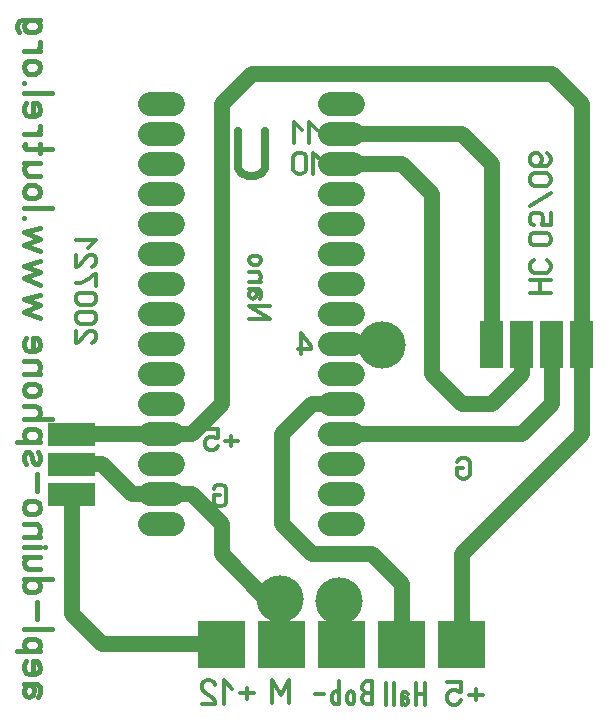
<source format=gbr>
%FSLAX34Y34*%
%MOMM*%
%LNCOPPER_BOTTOM*%
G71*
G01*
%ADD10C,2.000*%
%ADD11C,0.683*%
%ADD12C,0.429*%
%ADD13C,0.318*%
%ADD14C,4.000*%
%ADD15C,1.350*%
%ADD16C,0.302*%
%ADD17C,0.349*%
%ADD18C,0.333*%
%LPD*%
G36*
X425664Y735155D02*
X425664Y695155D01*
X405664Y695155D01*
X405664Y735155D01*
X425664Y735155D01*
G37*
G54D10*
X278664Y892955D02*
X298664Y892955D01*
G54D10*
X278664Y867555D02*
X298664Y867555D01*
G54D10*
X278664Y842155D02*
X298664Y842155D01*
G54D10*
X278664Y816755D02*
X298664Y816755D01*
G54D10*
X278664Y791355D02*
X298664Y791355D01*
G54D10*
X278664Y765955D02*
X298664Y765955D01*
G54D10*
X278664Y740555D02*
X298664Y740555D01*
G54D10*
X278664Y715155D02*
X298664Y715155D01*
G54D10*
X278664Y689755D02*
X298664Y689755D01*
G54D10*
X278664Y664355D02*
X298664Y664355D01*
G54D10*
X278664Y638955D02*
X298664Y638955D01*
G54D10*
X278664Y613555D02*
X298664Y613555D01*
G54D10*
X278664Y588155D02*
X298664Y588155D01*
G54D10*
X278664Y562755D02*
X298664Y562755D01*
G54D10*
X278664Y918355D02*
X298664Y918355D01*
G54D10*
X126264Y892955D02*
X146264Y892955D01*
G54D10*
X126264Y867555D02*
X146264Y867555D01*
G54D10*
X126264Y842155D02*
X146264Y842155D01*
G54D10*
X126264Y816755D02*
X146264Y816755D01*
G54D10*
X126264Y791355D02*
X146264Y791355D01*
G54D10*
X126264Y765955D02*
X146264Y765955D01*
G54D10*
X126264Y740555D02*
X146264Y740555D01*
G54D10*
X126264Y715155D02*
X146264Y715155D01*
G54D10*
X126264Y689755D02*
X146264Y689755D01*
G54D10*
X126264Y664355D02*
X146264Y664355D01*
G54D10*
X126264Y638955D02*
X146264Y638955D01*
G54D10*
X126264Y613555D02*
X146264Y613555D01*
G54D10*
X126264Y588155D02*
X146264Y588155D01*
G54D10*
X126264Y562755D02*
X146264Y562755D01*
G54D10*
X126264Y918355D02*
X146264Y918355D01*
G36*
X40064Y648955D02*
X80064Y648955D01*
X80064Y628955D01*
X40064Y628955D01*
X40064Y648955D01*
G37*
G36*
X40064Y623555D02*
X80064Y623555D01*
X80064Y603555D01*
X40064Y603555D01*
X40064Y623555D01*
G37*
G36*
X40064Y598155D02*
X80064Y598155D01*
X80064Y578155D01*
X40064Y578155D01*
X40064Y598155D01*
G37*
G54D11*
X223810Y895841D02*
X223810Y864785D01*
X220943Y860007D01*
X215210Y857618D01*
X209476Y857618D01*
X203743Y860007D01*
X200876Y864785D01*
X200876Y895841D01*
G54D12*
X31870Y416811D02*
X33370Y420411D01*
X33370Y424731D01*
X30370Y427611D01*
X19870Y427611D01*
G54D12*
X24370Y427611D02*
X27370Y425811D01*
X27970Y422211D01*
X27370Y418611D01*
X24370Y416811D01*
X21370Y417531D01*
X19870Y420411D01*
X19870Y422211D01*
X19870Y422931D01*
X21370Y425811D01*
X24370Y427611D01*
G54D12*
X21370Y446811D02*
X19870Y443931D01*
X19870Y440331D01*
X21370Y436731D01*
X24370Y436011D01*
X29470Y436011D01*
X32470Y437811D01*
X33370Y441411D01*
X32470Y445011D01*
X30370Y446811D01*
X27370Y446811D01*
X27370Y436011D01*
G54D12*
X33370Y455211D02*
X13870Y455211D01*
G54D12*
X24370Y455211D02*
X20470Y457011D01*
X19870Y460611D01*
X20470Y464211D01*
X23470Y466011D01*
X29470Y466011D01*
X32470Y464211D01*
X33370Y460611D01*
X32470Y457011D01*
X28870Y455211D01*
G54D12*
X19870Y474411D02*
X43870Y474411D01*
G54D12*
X30370Y482811D02*
X30370Y497211D01*
G54D12*
X19870Y516411D02*
X43870Y516411D01*
G54D12*
X29470Y516411D02*
X32470Y514611D01*
X33370Y511011D01*
X32470Y507411D01*
X29470Y505611D01*
X23470Y505611D01*
X20470Y507411D01*
X19870Y511011D01*
X20470Y514611D01*
X23470Y516411D01*
G54D12*
X33370Y535611D02*
X19870Y535611D01*
G54D12*
X22870Y535611D02*
X20470Y533811D01*
X19870Y530211D01*
X20470Y526611D01*
X22870Y524811D01*
X33370Y524811D01*
G54D12*
X19870Y544011D02*
X33370Y544011D01*
G54D12*
X37870Y544011D02*
X37870Y544011D01*
G54D12*
X19870Y552411D02*
X33370Y552411D01*
G54D12*
X30370Y552411D02*
X32470Y554211D01*
X33370Y557811D01*
X32470Y561411D01*
X30370Y563211D01*
X19870Y563211D01*
G54D12*
X23470Y582411D02*
X29470Y582411D01*
X32470Y580611D01*
X33370Y577011D01*
X32470Y573411D01*
X29470Y571611D01*
X23470Y571611D01*
X20470Y573411D01*
X19870Y577011D01*
X20470Y580611D01*
X23470Y582411D01*
G54D12*
X30370Y590811D02*
X30370Y605211D01*
G54D12*
X21370Y613611D02*
X19870Y617211D01*
X19870Y620811D01*
X21370Y624411D01*
X24370Y624411D01*
X25870Y622611D01*
X27370Y615411D01*
X28870Y613611D01*
X31870Y613611D01*
X33370Y617211D01*
X33370Y620811D01*
X31870Y624411D01*
G54D12*
X33370Y632811D02*
X13870Y632811D01*
G54D12*
X24370Y632811D02*
X20470Y634611D01*
X19870Y638211D01*
X20470Y641811D01*
X23470Y643611D01*
X29470Y643611D01*
X32470Y641811D01*
X33370Y638211D01*
X32470Y634611D01*
X28870Y632811D01*
G54D12*
X19870Y652011D02*
X43870Y652011D01*
G54D12*
X29470Y652011D02*
X32470Y653811D01*
X33370Y657411D01*
X32470Y661011D01*
X29470Y662811D01*
X19870Y662811D01*
G54D12*
X23470Y682011D02*
X29470Y682011D01*
X32470Y680211D01*
X33370Y676611D01*
X32470Y673011D01*
X29470Y671211D01*
X23470Y671211D01*
X20470Y673011D01*
X19870Y676611D01*
X20470Y680211D01*
X23470Y682011D01*
G54D12*
X19870Y690411D02*
X33370Y690411D01*
G54D12*
X30370Y690411D02*
X32470Y692211D01*
X33370Y695811D01*
X32470Y699411D01*
X30370Y701211D01*
X19870Y701211D01*
G54D12*
X21370Y720411D02*
X19870Y717531D01*
X19870Y713931D01*
X21370Y710331D01*
X24370Y709611D01*
X29470Y709611D01*
X32470Y711411D01*
X33370Y715011D01*
X32470Y718611D01*
X30370Y720411D01*
X27370Y720411D01*
X27370Y709611D01*
G54D12*
X33370Y737571D02*
X19870Y742971D01*
X33370Y748371D01*
X19870Y753771D01*
X33370Y757371D01*
G54D12*
X33370Y765771D02*
X19870Y771171D01*
X33370Y776571D01*
X19870Y781971D01*
X33370Y785571D01*
G54D12*
X33370Y793971D02*
X19870Y799371D01*
X33370Y804771D01*
X19870Y810171D01*
X33370Y813771D01*
G54D12*
X19870Y822171D02*
X19870Y822171D01*
G54D12*
X19870Y830571D02*
X43870Y830571D01*
G54D12*
X23470Y849771D02*
X29470Y849771D01*
X32470Y847971D01*
X33370Y844371D01*
X32470Y840771D01*
X29470Y838971D01*
X23470Y838971D01*
X20470Y840771D01*
X19870Y844371D01*
X20470Y847971D01*
X23470Y849771D01*
G54D12*
X33370Y868971D02*
X19870Y868971D01*
G54D12*
X22870Y868971D02*
X20470Y867171D01*
X19870Y863571D01*
X20470Y859971D01*
X22870Y858171D01*
X33370Y858171D01*
G54D12*
X43870Y880971D02*
X21370Y880971D01*
X19870Y882771D01*
X20470Y884571D01*
G54D12*
X33370Y877371D02*
X33370Y884571D01*
G54D12*
X19870Y892971D02*
X33370Y892971D01*
G54D12*
X30370Y892971D02*
X33370Y896571D01*
X33370Y900171D01*
G54D12*
X21370Y919371D02*
X19870Y916491D01*
X19870Y912891D01*
X21370Y909291D01*
X24370Y908571D01*
X29470Y908571D01*
X32470Y910371D01*
X33370Y913971D01*
X32470Y917571D01*
X30370Y919371D01*
X27370Y919371D01*
X27370Y908571D01*
G54D12*
X19870Y927771D02*
X43870Y927771D01*
G54D12*
X19870Y936171D02*
X19870Y936171D01*
G54D12*
X23470Y955371D02*
X29470Y955371D01*
X32470Y953571D01*
X33370Y949971D01*
X32470Y946371D01*
X29470Y944571D01*
X23470Y944571D01*
X20470Y946371D01*
X19870Y949971D01*
X20470Y953571D01*
X23470Y955371D01*
G54D12*
X19870Y963771D02*
X33370Y963771D01*
G54D12*
X30370Y963771D02*
X33370Y967371D01*
X33370Y970971D01*
G54D12*
X15370Y979371D02*
X13870Y982971D01*
X13870Y985491D01*
X15370Y989091D01*
X18370Y990171D01*
X33370Y990171D01*
G54D12*
X29470Y990171D02*
X32470Y988371D01*
X33370Y984771D01*
X32470Y981171D01*
X29470Y979371D01*
X23470Y979371D01*
X20470Y981171D01*
X19870Y984771D01*
X20470Y988371D01*
X23470Y990171D01*
G54D13*
X271464Y870939D02*
X264797Y877605D01*
X264797Y859828D01*
G54D13*
X247908Y874272D02*
X247908Y863161D01*
X249242Y860939D01*
X251908Y859828D01*
X254575Y859828D01*
X257242Y860939D01*
X258575Y863161D01*
X258575Y874272D01*
X257242Y876494D01*
X254575Y877605D01*
X251908Y877605D01*
X249242Y876494D01*
X247908Y874272D01*
G54D13*
X268055Y897075D02*
X261388Y903741D01*
X261388Y885964D01*
G54D13*
X255166Y897075D02*
X248499Y903741D01*
X248499Y885964D01*
X236372Y500063D02*
G54D14*
D03*
G54D13*
X254500Y706819D02*
X254500Y724596D01*
X262500Y713485D01*
X262500Y711263D01*
X251833Y711263D01*
G36*
X451064Y735155D02*
X451064Y695155D01*
X431064Y695155D01*
X431064Y735155D01*
X451064Y735155D01*
G37*
G36*
X476464Y735155D02*
X476464Y695155D01*
X456464Y695155D01*
X456464Y735155D01*
X476464Y735155D01*
G37*
G36*
X501864Y735155D02*
X501864Y695155D01*
X481864Y695155D01*
X481864Y735155D01*
X501864Y735155D01*
G37*
G54D15*
X466464Y715155D02*
X466464Y664355D01*
X441064Y638955D01*
X288664Y638955D01*
G54D15*
X415664Y740555D02*
X415664Y715155D01*
G54D15*
X415664Y715155D02*
X415664Y867555D01*
X390264Y892955D01*
X288664Y892955D01*
G54D15*
X60064Y638955D02*
X136264Y638955D01*
G54D15*
X60064Y613555D02*
X85464Y613555D01*
X110864Y588155D01*
X136264Y588155D01*
G36*
X167064Y481155D02*
X207064Y481155D01*
X207064Y441155D01*
X167064Y441155D01*
X167064Y481155D01*
G37*
G36*
X217864Y481155D02*
X257864Y481155D01*
X257864Y441155D01*
X217864Y441155D01*
X217864Y481155D01*
G37*
G36*
X268664Y481155D02*
X308664Y481155D01*
X308664Y441155D01*
X268664Y441155D01*
X268664Y481155D01*
G37*
G36*
X319464Y481155D02*
X359464Y481155D01*
X359464Y441155D01*
X319464Y441155D01*
X319464Y481155D01*
G37*
G36*
X370264Y481155D02*
X410264Y481155D01*
X410264Y441155D01*
X370264Y441155D01*
X370264Y481155D01*
G37*
G54D15*
X60064Y588155D02*
X60064Y486555D01*
X85464Y461155D01*
X187064Y461155D01*
X286391Y497919D02*
G54D14*
D03*
G54D15*
X288664Y664355D02*
X263264Y664355D01*
X237864Y638955D01*
X237864Y562755D01*
G54D15*
X491864Y715155D02*
X491864Y638955D01*
X390264Y537355D01*
X390264Y461155D01*
G54D15*
X237864Y562755D02*
X263264Y537355D01*
X314064Y537355D01*
X339464Y511955D01*
X339464Y461155D01*
G54D15*
X236372Y500063D02*
X224355Y500063D01*
X187064Y537355D01*
X187064Y562755D01*
X161664Y588155D01*
X136264Y588155D01*
G54D15*
X136264Y638955D02*
X161664Y638955D01*
X187064Y664355D01*
X187064Y918355D01*
X212464Y943755D01*
X466464Y943755D01*
X491864Y918355D01*
X491864Y740555D01*
G54D15*
X491864Y715155D02*
X491864Y740555D01*
G54D16*
X63619Y726873D02*
X63619Y716740D01*
X64675Y716740D01*
X66786Y718006D01*
X73119Y725606D01*
X75230Y726873D01*
X77342Y726873D01*
X79453Y725606D01*
X80508Y723073D01*
X80508Y720540D01*
X79453Y718006D01*
X77342Y716740D01*
G54D16*
X77342Y742917D02*
X66786Y742917D01*
X64675Y741650D01*
X63619Y739117D01*
X63619Y736584D01*
X64675Y734050D01*
X66786Y732784D01*
X77342Y732784D01*
X79453Y734050D01*
X80508Y736584D01*
X80508Y739117D01*
X79453Y741650D01*
X77342Y742917D01*
G54D16*
X77342Y758961D02*
X66786Y758961D01*
X64675Y757694D01*
X63619Y755161D01*
X63619Y752628D01*
X64675Y750094D01*
X66786Y748828D01*
X77342Y748828D01*
X79453Y750094D01*
X80508Y752628D01*
X80508Y755161D01*
X79453Y757694D01*
X77342Y758961D01*
G54D16*
X80508Y764872D02*
X80508Y775005D01*
X78397Y773738D01*
X75230Y771205D01*
X71008Y768672D01*
X67842Y767405D01*
X63619Y767405D01*
G54D16*
X63619Y791049D02*
X63619Y780916D01*
X64675Y780916D01*
X66786Y782182D01*
X73119Y789782D01*
X75230Y791049D01*
X77342Y791049D01*
X79453Y789782D01*
X80508Y787249D01*
X80508Y784716D01*
X79453Y782182D01*
X77342Y780916D01*
G54D16*
X74175Y796960D02*
X80508Y803293D01*
X63619Y803293D01*
G54D17*
X214609Y419647D02*
X202876Y419647D01*
G54D17*
X208742Y424536D02*
X208742Y414758D01*
G54D17*
X196032Y423314D02*
X188699Y430647D01*
X188699Y411091D01*
G54D17*
X170122Y411091D02*
X181855Y411091D01*
X181855Y412314D01*
X180388Y414758D01*
X171588Y422091D01*
X170122Y424536D01*
X170122Y426980D01*
X171588Y429425D01*
X174522Y430647D01*
X177455Y430647D01*
X180388Y429425D01*
X181855Y426980D01*
G54D17*
X244318Y411299D02*
X244318Y430855D01*
X236985Y418633D01*
X229651Y430855D01*
X229651Y411299D01*
G54D17*
X314064Y410355D02*
X314064Y429910D01*
X309175Y429910D01*
X307219Y428688D01*
X306242Y426244D01*
X306242Y423799D01*
X307219Y421355D01*
X309175Y420132D01*
X307219Y418910D01*
X306242Y416466D01*
X306242Y414021D01*
X307219Y411577D01*
X309175Y410355D01*
X314064Y410355D01*
G54D17*
X314064Y420132D02*
X309175Y420132D01*
G54D17*
X293531Y413288D02*
X293531Y418177D01*
X294509Y420621D01*
X296465Y421355D01*
X298420Y420621D01*
X299398Y418177D01*
X299398Y413288D01*
X298420Y410844D01*
X296465Y410355D01*
X294509Y410844D01*
X293531Y413288D01*
G54D17*
X286687Y410355D02*
X286687Y429910D01*
G54D17*
X286687Y418177D02*
X285709Y420621D01*
X283754Y421355D01*
X281798Y420621D01*
X280820Y418177D01*
X280820Y413288D01*
X281798Y410844D01*
X283754Y410355D01*
X285709Y410844D01*
X286687Y413288D01*
G54D17*
X273976Y418910D02*
X266154Y418910D01*
G54D18*
X359092Y410163D02*
X359092Y428830D01*
G54D18*
X351625Y410163D02*
X351625Y428830D01*
G54D18*
X359092Y419496D02*
X351625Y419496D01*
G54D18*
X345092Y419496D02*
X343225Y420663D01*
X340985Y420663D01*
X339492Y418330D01*
X339492Y410163D01*
G54D18*
X339492Y413663D02*
X340425Y415996D01*
X342292Y416463D01*
X344158Y415996D01*
X345092Y413663D01*
X344718Y411330D01*
X343225Y410163D01*
X342292Y410163D01*
X341918Y410163D01*
X340425Y411330D01*
X339492Y413663D01*
G54D18*
X332959Y410163D02*
X332959Y428830D01*
G54D18*
X326426Y410163D02*
X326426Y428830D01*
G54D17*
X408354Y418719D02*
X396621Y418719D01*
G54D17*
X402487Y423608D02*
X402487Y413830D01*
G54D17*
X378044Y429719D02*
X389777Y429719D01*
X389777Y421164D01*
X388310Y421164D01*
X385377Y422386D01*
X382444Y422386D01*
X379510Y421164D01*
X378044Y418719D01*
X378044Y413830D01*
X379510Y411386D01*
X382444Y410164D01*
X385377Y410164D01*
X388310Y411386D01*
X389777Y413830D01*
G54D13*
X200646Y633386D02*
X189979Y633386D01*
G54D13*
X195312Y637831D02*
X195312Y628942D01*
G54D13*
X173090Y643386D02*
X183756Y643386D01*
X183756Y635609D01*
X182423Y635609D01*
X179756Y636720D01*
X177090Y636720D01*
X174423Y635609D01*
X173090Y633386D01*
X173090Y628942D01*
X174423Y626720D01*
X177090Y625609D01*
X179756Y625609D01*
X182423Y626720D01*
X183756Y628942D01*
G54D13*
X185576Y587298D02*
X180242Y587298D01*
X180242Y581743D01*
X181576Y579521D01*
X184242Y578410D01*
X186909Y578410D01*
X189576Y579521D01*
X190909Y581743D01*
X190909Y592854D01*
X189576Y595076D01*
X186909Y596187D01*
X184242Y596187D01*
X181576Y595076D01*
X180242Y592854D01*
G54D13*
X391694Y610508D02*
X386361Y610508D01*
X386361Y604952D01*
X387694Y602730D01*
X390361Y601619D01*
X393027Y601619D01*
X395694Y602730D01*
X397027Y604952D01*
X397027Y616063D01*
X395694Y618285D01*
X393027Y619396D01*
X390361Y619396D01*
X387694Y618285D01*
X386361Y616063D01*
G54D15*
X441064Y715155D02*
X441064Y689755D01*
X415664Y664355D01*
X390264Y664355D01*
X364864Y689755D01*
X364864Y842155D01*
G54D15*
X288664Y867555D02*
X339464Y867555D01*
X364864Y842155D01*
G54D13*
X447936Y758749D02*
X465714Y758749D01*
G54D13*
X447936Y769415D02*
X465714Y769415D01*
G54D13*
X456825Y758749D02*
X456825Y769415D01*
G54D13*
X451270Y786304D02*
X449047Y784971D01*
X447936Y782304D01*
X447936Y779638D01*
X449047Y776971D01*
X451270Y775638D01*
X462381Y775638D01*
X464603Y776971D01*
X465714Y779638D01*
X465714Y782304D01*
X464603Y784971D01*
X462381Y786304D01*
G54D13*
X462381Y809682D02*
X451270Y809682D01*
X449047Y808349D01*
X447936Y805682D01*
X447936Y803016D01*
X449047Y800349D01*
X451270Y799016D01*
X462381Y799016D01*
X464603Y800349D01*
X465714Y803016D01*
X465714Y805683D01*
X464603Y808349D01*
X462381Y809682D01*
G54D13*
X465714Y826572D02*
X465714Y815905D01*
X457936Y815905D01*
X457936Y817238D01*
X459047Y819905D01*
X459047Y822571D01*
X457936Y825238D01*
X455714Y826571D01*
X451270Y826571D01*
X449047Y825238D01*
X447936Y822571D01*
X447936Y819905D01*
X449047Y817238D01*
X451270Y815905D01*
G54D13*
X447936Y832794D02*
X465714Y843460D01*
G54D13*
X462381Y860350D02*
X451270Y860350D01*
X449047Y859016D01*
X447936Y856350D01*
X447936Y853683D01*
X449047Y851016D01*
X451270Y849683D01*
X462381Y849683D01*
X464603Y851016D01*
X465714Y853683D01*
X465714Y856350D01*
X464603Y859016D01*
X462381Y860350D01*
G54D13*
X462381Y877239D02*
X464603Y875905D01*
X465714Y873238D01*
X465714Y870572D01*
X464603Y867905D01*
X462381Y866572D01*
X456825Y866572D01*
X455714Y866572D01*
X457936Y870572D01*
X457936Y873239D01*
X456825Y875905D01*
X454603Y877238D01*
X451270Y877239D01*
X449047Y875905D01*
X447936Y873238D01*
X447936Y870572D01*
X449047Y867905D01*
X451270Y866572D01*
X456825Y866572D01*
G54D13*
X210621Y737046D02*
X228399Y737046D01*
X210621Y747712D01*
X228399Y747712D01*
G54D13*
X219510Y753935D02*
X220621Y756601D01*
X220621Y759801D01*
X218399Y761935D01*
X210621Y761935D01*
G54D13*
X213955Y761935D02*
X216177Y760601D01*
X216621Y757935D01*
X216177Y755268D01*
X213955Y753935D01*
X211732Y754468D01*
X210621Y756601D01*
X210621Y757935D01*
X210621Y758468D01*
X211732Y760601D01*
X213955Y761935D01*
G54D13*
X210621Y768157D02*
X220621Y768157D01*
G54D13*
X218399Y768157D02*
X219955Y769490D01*
X220621Y772157D01*
X219955Y774823D01*
X218399Y776157D01*
X210621Y776157D01*
G54D13*
X213288Y790379D02*
X217732Y790379D01*
X219955Y789045D01*
X220621Y786379D01*
X219955Y783712D01*
X217732Y782379D01*
X213288Y782379D01*
X211066Y783712D01*
X210621Y786379D01*
X211066Y789045D01*
X213288Y790379D01*
X322463Y714501D02*
G54D14*
D03*
G54D15*
X288664Y715155D02*
X334309Y715155D01*
X334963Y714501D01*
M02*

</source>
